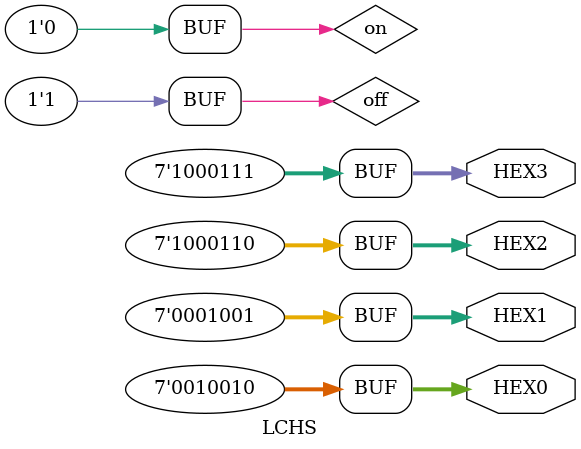
<source format=v>


module LCHS(

	//////////// SEG7 //////////
	output		     [6:0]		HEX0,
	output		     [6:0]		HEX1,
	output		     [6:0]		HEX2,
	output		     [6:0]		HEX3
);



//=======================================================
//  REG/WIRE declarations
//=======================================================

	wire on, off;
	assign on = 5'b0; // backwards because the 7-seg displays are weird...idk
	assign off = !on;

//=======================================================
//  Structural coding
//=======================================================

	assign HEX3[0] = off;
	assign HEX3[1] = off;
	assign HEX3[2] = off;
	assign HEX3[3] = on;
	assign HEX3[4] = on;
	assign HEX3[5] = on;
	assign HEX3[6] = off;
	
	assign HEX2[0] = on;
	assign HEX2[1] = off;
	assign HEX2[2] = off;
	assign HEX2[3] = on;
	assign HEX2[4] = on;
	assign HEX2[5] = on;
	assign HEX2[6] = off;
	
	assign HEX1[0] = off;
	assign HEX1[1] = on;
	assign HEX1[2] = on;
	assign HEX1[3] = off;
	assign HEX1[4] = on;
	assign HEX1[5] = on;
	assign HEX1[6] = on;
	
	assign HEX0[0] = on;
	assign HEX0[1] = off;
	assign HEX0[2] = on;
	assign HEX0[3] = on;
	assign HEX0[4] = off;
	assign HEX0[5] = on;
	assign HEX0[6] = on;

endmodule

</source>
